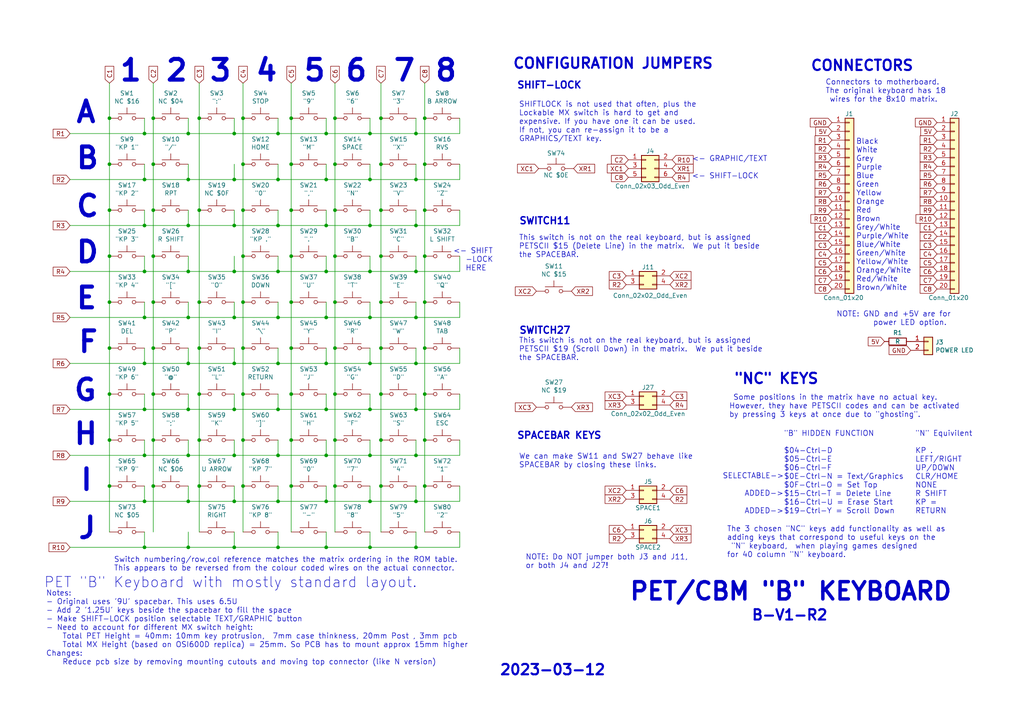
<source format=kicad_sch>
(kicad_sch (version 20230121) (generator eeschema)
  (paper "A4")
  (title_block (title "PET/CBM \"B\" Keyboard using MX switches") (date "2023-03-12") (rev "V1, R1") (company "Steve J. Gray"))
  (junction (at 84.455 140.97))
  (junction (at 67.945 132.08))
  (junction (at 44.45 127.635))
  (junction (at 41.91 52.07))
  (junction (at 41.91 92.075))
  (junction (at 107.315 78.74))
  (junction (at 123.19 100.965))
  (junction (at 84.455 127.635))
  (junction (at 70.485 140.97))
  (junction (at 123.19 60.96))
  (junction (at 110.49 127.635))
  (junction (at 31.75 100.965))
  (junction (at 107.315 158.75))
  (junction (at 123.19 74.295))
  (junction (at 120.65 118.745))
  (junction (at 107.315 65.405))
  (junction (at 57.785 140.97))
  (junction (at 120.65 38.735))
  (junction (at 67.945 38.735))
  (junction (at 107.315 118.745))
  (junction (at 80.645 118.745))
  (junction (at 41.91 118.745))
  (junction (at 70.485 47.625))
  (junction (at 31.75 114.3))
  (junction (at 44.45 74.295))
  (junction (at 97.155 47.625))
  (junction (at 84.455 47.625))
  (junction (at 57.785 60.96))
  (junction (at 54.61 65.405))
  (junction (at 97.155 114.3))
  (junction (at 41.91 105.41))
  (junction (at 70.485 100.965))
  (junction (at 41.91 145.415))
  (junction (at 97.155 74.295))
  (junction (at 120.65 78.74))
  (junction (at 54.61 78.74))
  (junction (at 84.455 114.3))
  (junction (at 70.485 34.29))
  (junction (at 80.645 92.075))
  (junction (at 84.455 74.295))
  (junction (at 67.945 92.075))
  (junction (at 107.315 145.415))
  (junction (at 41.91 78.74))
  (junction (at 44.45 34.29))
  (junction (at 110.49 74.295))
  (junction (at 54.61 105.41))
  (junction (at 70.485 74.295))
  (junction (at 31.75 60.96))
  (junction (at 97.155 87.63))
  (junction (at 97.155 140.97))
  (junction (at 97.155 127.635))
  (junction (at 84.455 100.965))
  (junction (at 123.19 127.635))
  (junction (at 94.615 38.735))
  (junction (at 44.45 100.965))
  (junction (at 44.45 60.96))
  (junction (at 110.49 140.97))
  (junction (at 97.155 34.29))
  (junction (at 80.645 65.405))
  (junction (at 107.315 38.735))
  (junction (at 94.615 65.405))
  (junction (at 44.45 114.3))
  (junction (at 110.49 60.96))
  (junction (at 67.945 52.07))
  (junction (at 57.785 100.965))
  (junction (at 44.45 140.97))
  (junction (at 70.485 87.63))
  (junction (at 110.49 87.63))
  (junction (at 84.455 60.96))
  (junction (at 123.19 47.625))
  (junction (at 84.455 34.29))
  (junction (at 94.615 145.415))
  (junction (at 120.65 105.41))
  (junction (at 57.785 114.3))
  (junction (at 84.455 87.63))
  (junction (at 120.65 92.075))
  (junction (at 94.615 92.075))
  (junction (at 31.75 127.635))
  (junction (at 80.645 145.415))
  (junction (at 31.75 34.29))
  (junction (at 31.75 140.97))
  (junction (at 70.485 114.3))
  (junction (at 110.49 34.29))
  (junction (at 41.91 38.735))
  (junction (at 80.645 78.74))
  (junction (at 67.945 118.745))
  (junction (at 31.75 87.63))
  (junction (at 54.61 145.415))
  (junction (at 110.49 47.625))
  (junction (at 67.945 78.74))
  (junction (at 123.19 34.29))
  (junction (at 80.645 105.41))
  (junction (at 94.615 105.41))
  (junction (at 120.65 65.405))
  (junction (at 54.61 132.08))
  (junction (at 107.315 105.41))
  (junction (at 107.315 132.08))
  (junction (at 80.645 132.08))
  (junction (at 57.785 127.635))
  (junction (at 123.19 114.3))
  (junction (at 80.645 38.735))
  (junction (at 80.645 158.75))
  (junction (at 54.61 118.745))
  (junction (at 57.785 87.63))
  (junction (at 54.61 92.075))
  (junction (at 54.61 158.75))
  (junction (at 120.65 145.415))
  (junction (at 67.945 145.415))
  (junction (at 94.615 132.08))
  (junction (at 107.315 92.075))
  (junction (at 67.945 158.75))
  (junction (at 94.615 52.07))
  (junction (at 31.75 47.625))
  (junction (at 54.61 38.735))
  (junction (at 57.785 34.29))
  (junction (at 120.65 52.07))
  (junction (at 94.615 78.74))
  (junction (at 44.45 87.63))
  (junction (at 120.65 158.75))
  (junction (at 70.485 127.635))
  (junction (at 110.49 100.965))
  (junction (at 31.75 74.295))
  (junction (at 123.19 140.97))
  (junction (at 41.91 132.08))
  (junction (at 70.485 60.96))
  (junction (at 54.61 52.07))
  (junction (at 94.615 118.745))
  (junction (at 97.155 100.965))
  (junction (at 41.91 65.405))
  (junction (at 120.65 132.08))
  (junction (at 67.945 105.41))
  (junction (at 44.45 47.625))
  (junction (at 123.19 87.63))
  (junction (at 80.645 52.07))
  (junction (at 97.155 60.96))
  (junction (at 110.49 114.3))
  (junction (at 107.315 52.07))
  (junction (at 41.91 158.75))
  (junction (at 67.945 65.405))
  (junction (at 94.615 158.75))
  (wire (pts (xy 67.945 52.07) (xy 54.61 52.07)))
  (wire (pts (xy 67.945 145.415) (xy 54.61 145.415)))
  (wire (pts (xy 57.785 127.635) (xy 57.785 140.97)))
  (wire (pts (xy 120.65 92.075) (xy 107.315 92.075)))
  (wire (pts (xy 80.645 145.415) (xy 67.945 145.415)))
  (wire (pts (xy 120.65 78.74) (xy 107.315 78.74)))
  (wire (pts (xy 133.35 140.97) (xy 133.35 145.415)))
  (wire (pts (xy 123.19 87.63) (xy 123.19 100.965)))
  (wire (pts (xy 70.485 140.97) (xy 70.485 154.305)))
  (wire (pts (xy 70.485 100.965) (xy 70.485 114.3)))
  (wire (pts (xy 107.315 118.745) (xy 94.615 118.745)))
  (wire (pts (xy 107.315 105.41) (xy 94.615 105.41)))
  (wire (pts (xy 97.155 60.96) (xy 97.155 74.295)))
  (wire (pts (xy 120.65 38.735) (xy 133.35 38.735)))
  (wire (pts (xy 41.91 52.07) (xy 20.32 52.07)))
  (wire (pts (xy 120.65 100.965) (xy 120.65 105.41)))
  (wire (pts (xy 67.945 114.3) (xy 67.945 118.745)))
  (wire (pts (xy 41.91 38.735) (xy 54.61 38.735)))
  (wire (pts (xy 123.19 47.625) (xy 123.19 60.96)))
  (wire (pts (xy 107.315 100.965) (xy 107.315 105.41)))
  (wire (pts (xy 41.91 105.41) (xy 20.32 105.41)))
  (wire (pts (xy 54.61 52.07) (xy 41.91 52.07)))
  (wire (pts (xy 84.455 114.3) (xy 84.455 127.635)))
  (wire (pts (xy 94.615 78.74) (xy 80.645 78.74)))
  (wire (pts (xy 80.645 87.63) (xy 80.645 92.075)))
  (wire (pts (xy 123.19 100.965) (xy 123.19 114.3)))
  (wire (pts (xy 94.615 105.41) (xy 80.645 105.41)))
  (wire (pts (xy 80.645 118.745) (xy 67.945 118.745)))
  (wire (pts (xy 97.155 47.625) (xy 97.155 60.96)))
  (wire (pts (xy 44.45 74.295) (xy 44.45 87.63)))
  (wire (pts (xy 70.485 34.29) (xy 70.485 47.625)))
  (wire (pts (xy 44.45 60.96) (xy 44.45 74.295)))
  (wire (pts (xy 70.485 74.295) (xy 70.485 87.63)))
  (wire (pts (xy 54.61 78.74) (xy 41.91 78.74)))
  (wire (pts (xy 80.645 47.625) (xy 80.645 52.07)))
  (wire (pts (xy 70.485 127.635) (xy 70.485 140.97)))
  (wire (pts (xy 70.485 87.63) (xy 70.485 100.965)))
  (wire (pts (xy 94.615 158.75) (xy 80.645 158.75)))
  (wire (pts (xy 31.75 127.635) (xy 31.75 140.97)))
  (wire (pts (xy 31.75 34.29) (xy 31.75 47.625)))
  (wire (pts (xy 31.75 140.97) (xy 31.75 154.305)))
  (wire (pts (xy 133.35 92.075) (xy 120.65 92.075)))
  (wire (pts (xy 120.65 158.75) (xy 107.315 158.75)))
  (wire (pts (xy 107.315 145.415) (xy 94.615 145.415)))
  (wire (pts (xy 84.455 127.635) (xy 84.455 140.97)))
  (wire (pts (xy 41.91 74.295) (xy 41.91 78.74)))
  (wire (pts (xy 44.45 140.97) (xy 44.45 154.305)))
  (wire (pts (xy 120.65 65.405) (xy 107.315 65.405)))
  (wire (pts (xy 84.455 87.63) (xy 84.455 100.965)))
  (wire (pts (xy 20.32 38.735) (xy 41.91 38.735)))
  (wire (pts (xy 107.315 38.735) (xy 120.65 38.735)))
  (wire (pts (xy 84.455 34.29) (xy 84.455 47.625)))
  (wire (pts (xy 84.455 24.13) (xy 84.455 34.29)))
  (wire (pts (xy 120.65 60.96) (xy 120.65 65.405)))
  (wire (pts (xy 54.61 114.3) (xy 54.61 118.745)))
  (wire (pts (xy 41.91 140.97) (xy 41.91 145.415)))
  (wire (pts (xy 67.945 47.625) (xy 67.945 52.07)))
  (wire (pts (xy 67.945 118.745) (xy 54.61 118.745)))
  (wire (pts (xy 54.61 132.08) (xy 41.91 132.08)))
  (wire (pts (xy 84.455 47.625) (xy 84.455 60.96)))
  (wire (pts (xy 41.91 154.305) (xy 41.91 158.75)))
  (wire (pts (xy 80.645 127.635) (xy 80.645 132.08)))
  (wire (pts (xy 41.91 100.965) (xy 41.91 105.41)))
  (wire (pts (xy 67.945 92.075) (xy 54.61 92.075)))
  (wire (pts (xy 44.45 127.635) (xy 44.45 140.97)))
  (wire (pts (xy 107.315 154.305) (xy 107.315 158.75)))
  (wire (pts (xy 133.35 100.965) (xy 133.35 105.41)))
  (wire (pts (xy 70.485 24.13) (xy 70.485 34.29)))
  (wire (pts (xy 57.785 60.96) (xy 57.785 87.63)))
  (wire (pts (xy 41.91 87.63) (xy 41.91 92.075)))
  (wire (pts (xy 107.315 65.405) (xy 94.615 65.405)))
  (wire (pts (xy 107.315 78.74) (xy 94.615 78.74)))
  (wire (pts (xy 84.455 60.96) (xy 84.455 74.295)))
  (wire (pts (xy 120.65 105.41) (xy 107.315 105.41)))
  (wire (pts (xy 94.615 87.63) (xy 94.615 92.075)))
  (wire (pts (xy 41.91 158.75) (xy 20.32 158.75)))
  (wire (pts (xy 97.155 34.29) (xy 97.155 47.625)))
  (wire (pts (xy 84.455 100.965) (xy 84.455 114.3)))
  (wire (pts (xy 94.615 114.3) (xy 94.615 118.745)))
  (wire (pts (xy 110.49 87.63) (xy 110.49 100.965)))
  (wire (pts (xy 67.945 127.635) (xy 67.945 132.08)))
  (wire (pts (xy 80.645 74.295) (xy 80.645 78.74)))
  (wire (pts (xy 57.785 114.3) (xy 57.785 127.635)))
  (wire (pts (xy 133.35 74.295) (xy 133.35 78.74)))
  (wire (pts (xy 94.615 100.965) (xy 94.615 105.41)))
  (wire (pts (xy 133.35 52.07) (xy 120.65 52.07)))
  (wire (pts (xy 41.91 114.3) (xy 41.91 118.745)))
  (wire (pts (xy 44.45 114.3) (xy 44.45 127.635)))
  (wire (pts (xy 110.49 127.635) (xy 110.49 140.97)))
  (wire (pts (xy 54.61 127.635) (xy 54.61 132.08)))
  (wire (pts (xy 41.91 60.96) (xy 41.91 65.405)))
  (wire (pts (xy 54.61 47.625) (xy 54.61 52.07)))
  (wire (pts (xy 80.645 78.74) (xy 67.945 78.74)))
  (wire (pts (xy 110.49 47.625) (xy 110.49 60.96)))
  (wire (pts (xy 123.19 74.295) (xy 123.19 87.63)))
  (wire (pts (xy 54.61 145.415) (xy 41.91 145.415)))
  (wire (pts (xy 94.615 34.29) (xy 94.615 38.735)))
  (wire (pts (xy 44.45 100.965) (xy 44.45 114.3)))
  (wire (pts (xy 120.65 74.295) (xy 120.65 78.74)))
  (wire (pts (xy 133.35 105.41) (xy 120.65 105.41)))
  (wire (pts (xy 57.785 34.29) (xy 57.785 60.96)))
  (wire (pts (xy 97.155 24.13) (xy 97.155 34.29)))
  (wire (pts (xy 54.61 158.75) (xy 41.91 158.75)))
  (wire (pts (xy 54.61 154.305) (xy 54.61 158.75)))
  (wire (pts (xy 133.35 34.29) (xy 133.35 38.735)))
  (wire (pts (xy 133.35 65.405) (xy 120.65 65.405)))
  (wire (pts (xy 107.315 87.63) (xy 107.315 92.075)))
  (wire (pts (xy 80.645 34.29) (xy 80.645 38.735)))
  (wire (pts (xy 31.75 100.965) (xy 31.75 114.3)))
  (wire (pts (xy 110.49 140.97) (xy 110.49 154.305)))
  (wire (pts (xy 67.945 158.75) (xy 54.61 158.75)))
  (wire (pts (xy 94.615 118.745) (xy 80.645 118.745)))
  (wire (pts (xy 94.615 60.96) (xy 94.615 65.405)))
  (wire (pts (xy 123.19 34.29) (xy 123.19 47.625)))
  (wire (pts (xy 80.645 140.97) (xy 80.645 145.415)))
  (wire (pts (xy 31.75 24.13) (xy 31.75 34.29)))
  (wire (pts (xy 31.75 87.63) (xy 31.75 100.965)))
  (wire (pts (xy 54.61 38.735) (xy 67.945 38.735)))
  (wire (pts (xy 57.785 100.965) (xy 57.785 114.3)))
  (wire (pts (xy 133.35 60.96) (xy 133.35 65.405)))
  (wire (pts (xy 54.61 140.97) (xy 54.61 145.415)))
  (wire (pts (xy 94.615 140.97) (xy 94.615 145.415)))
  (wire (pts (xy 107.315 158.75) (xy 94.615 158.75)))
  (wire (pts (xy 94.615 145.415) (xy 80.645 145.415)))
  (wire (pts (xy 123.19 24.13) (xy 123.19 34.29)))
  (wire (pts (xy 84.455 74.295) (xy 84.455 87.63)))
  (wire (pts (xy 80.645 60.96) (xy 80.645 65.405)))
  (wire (pts (xy 94.615 47.625) (xy 94.615 52.07)))
  (wire (pts (xy 54.61 74.295) (xy 54.61 78.74)))
  (wire (pts (xy 67.945 132.08) (xy 54.61 132.08)))
  (wire (pts (xy 133.35 127.635) (xy 133.35 132.08)))
  (wire (pts (xy 67.945 74.295) (xy 67.945 78.74)))
  (wire (pts (xy 97.155 114.3) (xy 97.155 127.635)))
  (wire (pts (xy 110.49 114.3) (xy 110.49 127.635)))
  (wire (pts (xy 97.155 100.965) (xy 97.155 114.3)))
  (wire (pts (xy 123.19 140.97) (xy 123.19 154.305)))
  (wire (pts (xy 107.315 132.08) (xy 94.615 132.08)))
  (wire (pts (xy 107.315 52.07) (xy 94.615 52.07)))
  (wire (pts (xy 94.615 74.295) (xy 94.615 78.74)))
  (wire (pts (xy 107.315 60.96) (xy 107.315 65.405)))
  (wire (pts (xy 110.49 74.295) (xy 110.49 87.63)))
  (wire (pts (xy 41.91 145.415) (xy 20.32 145.415)))
  (wire (pts (xy 107.315 47.625) (xy 107.315 52.07)))
  (wire (pts (xy 133.35 87.63) (xy 133.35 92.075)))
  (wire (pts (xy 31.75 74.295) (xy 31.75 87.63)))
  (wire (pts (xy 70.485 114.3) (xy 70.485 127.635)))
  (wire (pts (xy 41.91 118.745) (xy 20.32 118.745)))
  (wire (pts (xy 133.35 132.08) (xy 120.65 132.08)))
  (wire (pts (xy 80.645 52.07) (xy 67.945 52.07)))
  (wire (pts (xy 67.945 60.96) (xy 67.945 65.405)))
  (wire (pts (xy 94.615 92.075) (xy 80.645 92.075)))
  (wire (pts (xy 54.61 118.745) (xy 41.91 118.745)))
  (wire (pts (xy 123.19 127.635) (xy 123.19 140.97)))
  (wire (pts (xy 97.155 140.97) (xy 97.155 154.305)))
  (wire (pts (xy 67.945 34.29) (xy 67.945 38.735)))
  (wire (pts (xy 94.615 132.08) (xy 80.645 132.08)))
  (wire (pts (xy 57.785 24.13) (xy 57.785 34.29)))
  (wire (pts (xy 41.91 92.075) (xy 20.32 92.075)))
  (wire (pts (xy 123.19 60.96) (xy 123.19 74.295)))
  (wire (pts (xy 120.65 127.635) (xy 120.65 132.08)))
  (wire (pts (xy 110.49 100.965) (xy 110.49 114.3)))
  (wire (pts (xy 94.615 52.07) (xy 80.645 52.07)))
  (wire (pts (xy 80.645 38.735) (xy 94.615 38.735)))
  (wire (pts (xy 80.645 100.965) (xy 80.645 105.41)))
  (wire (pts (xy 120.65 87.63) (xy 120.65 92.075)))
  (wire (pts (xy 80.645 105.41) (xy 67.945 105.41)))
  (wire (pts (xy 84.455 140.97) (xy 84.455 154.305)))
  (wire (pts (xy 133.35 78.74) (xy 120.65 78.74)))
  (wire (pts (xy 120.65 118.745) (xy 107.315 118.745)))
  (wire (pts (xy 94.615 154.305) (xy 94.615 158.75)))
  (wire (pts (xy 80.645 132.08) (xy 67.945 132.08)))
  (wire (pts (xy 94.615 65.405) (xy 80.645 65.405)))
  (wire (pts (xy 133.35 118.745) (xy 120.65 118.745)))
  (wire (pts (xy 67.945 65.405) (xy 54.61 65.405)))
  (wire (pts (xy 70.485 60.96) (xy 70.485 74.295)))
  (wire (pts (xy 120.65 140.97) (xy 120.65 145.415)))
  (wire (pts (xy 107.315 74.295) (xy 107.315 78.74)))
  (wire (pts (xy 80.645 114.3) (xy 80.645 118.745)))
  (wire (pts (xy 54.61 60.96) (xy 54.61 65.405)))
  (wire (pts (xy 120.65 47.625) (xy 120.65 52.07)))
  (wire (pts (xy 54.61 92.075) (xy 41.91 92.075)))
  (wire (pts (xy 41.91 65.405) (xy 20.32 65.405)))
  (wire (pts (xy 120.65 52.07) (xy 107.315 52.07)))
  (wire (pts (xy 123.19 114.3) (xy 123.19 127.635)))
  (wire (pts (xy 31.75 60.96) (xy 31.75 74.295)))
  (wire (pts (xy 31.75 47.625) (xy 31.75 60.96)))
  (wire (pts (xy 94.615 127.635) (xy 94.615 132.08)))
  (wire (pts (xy 110.49 24.13) (xy 110.49 34.29)))
  (wire (pts (xy 44.45 24.13) (xy 44.45 34.29)))
  (wire (pts (xy 70.485 47.625) (xy 70.485 60.96)))
  (wire (pts (xy 107.315 34.29) (xy 107.315 38.735)))
  (wire (pts (xy 133.35 47.625) (xy 133.35 52.07)))
  (wire (pts (xy 57.785 140.97) (xy 57.785 154.305)))
  (wire (pts (xy 120.65 114.3) (xy 120.65 118.745)))
  (wire (pts (xy 80.645 158.75) (xy 67.945 158.75)))
  (wire (pts (xy 107.315 92.075) (xy 94.615 92.075)))
  (wire (pts (xy 41.91 34.29) (xy 41.91 38.735)))
  (wire (pts (xy 54.61 65.405) (xy 41.91 65.405)))
  (wire (pts (xy 54.61 87.63) (xy 54.61 92.075)))
  (wire (pts (xy 107.315 114.3) (xy 107.315 118.745)))
  (wire (pts (xy 67.945 38.735) (xy 80.645 38.735)))
  (wire (pts (xy 97.155 127.635) (xy 97.155 140.97)))
  (wire (pts (xy 41.91 78.74) (xy 20.32 78.74)))
  (wire (pts (xy 120.65 145.415) (xy 107.315 145.415)))
  (wire (pts (xy 94.615 38.735) (xy 107.315 38.735)))
  (wire (pts (xy 67.945 78.74) (xy 54.61 78.74)))
  (wire (pts (xy 54.61 34.29) (xy 54.61 38.735)))
  (wire (pts (xy 44.45 34.29) (xy 44.45 47.625)))
  (wire (pts (xy 133.35 158.75) (xy 120.65 158.75)))
  (wire (pts (xy 67.945 154.305) (xy 67.945 158.75)))
  (wire (pts (xy 133.35 145.415) (xy 120.65 145.415)))
  (wire (pts (xy 41.91 47.625) (xy 41.91 52.07)))
  (wire (pts (xy 67.945 140.97) (xy 67.945 145.415)))
  (wire (pts (xy 110.49 60.96) (xy 110.49 74.295)))
  (wire (pts (xy 67.945 100.965) (xy 67.945 105.41)))
  (wire (pts (xy 120.65 34.29) (xy 120.65 38.735)))
  (wire (pts (xy 80.645 92.075) (xy 67.945 92.075)))
  (wire (pts (xy 54.61 105.41) (xy 41.91 105.41)))
  (wire (pts (xy 133.35 154.305) (xy 133.35 158.75)))
  (wire (pts (xy 54.61 100.965) (xy 54.61 105.41)))
  (wire (pts (xy 110.49 34.29) (xy 110.49 47.625)))
  (wire (pts (xy 41.91 127.635) (xy 41.91 132.08)))
  (wire (pts (xy 41.91 132.08) (xy 20.32 132.08)))
  (wire (pts (xy 57.785 87.63) (xy 57.785 100.965)))
  (wire (pts (xy 67.945 105.41) (xy 54.61 105.41)))
  (wire (pts (xy 133.35 114.3) (xy 133.35 118.745)))
  (wire (pts (xy 97.155 87.63) (xy 97.155 100.965)))
  (wire (pts (xy 80.645 154.305) (xy 80.645 158.75)))
  (wire (pts (xy 44.45 87.63) (xy 44.45 100.965)))
  (wire (pts (xy 120.65 132.08) (xy 107.315 132.08)))
  (wire (pts (xy 107.315 140.97) (xy 107.315 145.415)))
  (wire (pts (xy 107.315 127.635) (xy 107.315 132.08)))
  (wire (pts (xy 67.945 87.63) (xy 67.945 92.075)))
  (wire (pts (xy 120.65 154.305) (xy 120.65 158.75)))
  (wire (pts (xy 80.645 65.405) (xy 67.945 65.405)))
  (wire (pts (xy 97.155 74.295) (xy 97.155 87.63)))
  (wire (pts (xy 44.45 47.625) (xy 44.45 60.96)))
  (wire (pts (xy 31.75 114.3) (xy 31.75 127.635)))
  (text "2" (at 47.625 24.13 0) (effects (font (size 5.9944 5.9944) (thickness 1.1989) bold) (justify left bottom)))
  (text "D" (at 21.59 76.835 0) (effects (font (size 5.9944 5.9944) (thickness 1.1989) bold) (justify left bottom)))
  (text "C" (at 21.59 63.5 0) (effects (font (size 5.9944 5.9944) (thickness 1.1989) bold) (justify left bottom)))
  (text "5" (at 87.63 24.13 0) (effects (font (size 5.9944 5.9944) (thickness 1.1989) bold) (justify left bottom)))
  (text "7" (at 113.665 24.13 0) (effects (font (size 5.9944 5.9944) (thickness 1.1989) bold) (justify left bottom)))
  (text "B-V1-R2" (at 217.805 180.34 0) (effects (font (size 2.9972 2.9972) (thickness 0.5994) bold) (justify left bottom)))
  (text "I" (at 22.86 142.875 0) (effects (font (size 5.9944 5.9944) (thickness 1.1989) bold) (justify left bottom)))
  (text "3" (at 60.325 24.13 0) (effects (font (size 5.9944 5.9944) (thickness 1.1989) bold) (justify left bottom)))
  (text "PET \"B\" Keyboard with mostly standard layout.\n" (at 12.7 170.815 0) (effects (font (size 2.9972 2.9972)) (justify left bottom)))
  (text "Notes:   \n- Original uses '9U' spacebar. This uses 6.5U\n- Add 2 '1.25U' keys beside the spacebar to fill the space\n- Make SHIFT-LOCK position selectable TEXT/GRAPHIC button\n- Need to account for different MX switch height:\n    Total PET Height = 40mm: 10mm key protrusion,  7mm case thinkness, 20mm Post , 3mm pcb\n    Total MX Height (based on OSI600D replica) = 25mm. So PCB has to mount approx 15mm higher\nChanges:\n    Reduce pcb size by removing mounting cutouts and moving top connector (like N version)\n" (at 13.335 193.04 0) (effects (font (size 1.5494 1.5494)) (justify left bottom)))
  (text "\"N\" Equivilent\n\nKP .\nLEFT/RIGHT\nUP/DOWN\nCLR/HOME\nNONE\nR SHIFT\nKP =\nRETURN" (at 265.43 149.225 0) (effects (font (size 1.5494 1.5494)) (justify left bottom)))
  (text "A" (at 21.59 36.195 0) (effects (font (size 5.9944 5.9944) (thickness 1.1989) bold) (justify left bottom)))
  (text "CONFIGURATION JUMPERS" (at 148.59 20.32 0) (effects (font (size 2.9972 2.9972) (thickness 0.5994) bold) (justify left bottom)))
  (text "NOTE: GND and +5V are for\n         power LED option." (at 242.57 94.615 0) (effects (font (size 1.5494 1.5494)) (justify left bottom)))
  (text "CONNECTORS" (at 234.95 20.955 0) (effects (font (size 2.9972 2.9972) (thickness 0.5994) bold) (justify left bottom)))
  (text "F" (at 22.225 102.87 0) (effects (font (size 5.9944 5.9944) (thickness 1.1989) bold) (justify left bottom)))
  (text "Connectors to motherboard. \nThe original keyboard has 18\n wires for the 8x10 matrix." (at 239.395 29.845 0) (effects (font (size 1.5494 1.5494)) (justify left bottom)))
  (text "This switch is not on the real keyboard, but is assigned\nPETSCII $19 (Scroll Down) in the matrix.  We put it beside\nthe SPACEBAR." (at 150.495 104.775 0) (effects (font (size 1.5494 1.5494)) (justify left bottom)))
  (text "NOTE: Do NOT jumper both J3 and J11,\nor both J4 and J27!" (at 152.4 165.1 0) (effects (font (size 1.5494 1.5494)) (justify left bottom)))
  (text "SWITCH11" (at 150.495 65.405 0) (effects (font (size 2.0066 2.0066) (thickness 0.4013) bold) (justify left bottom)))
  (text "8" (at 125.73 24.13 0) (effects (font (size 5.9944 5.9944) (thickness 1.1989) bold) (justify left bottom)))
  (text "SELECTABLE->" (at 209.55 139.065 0) (effects (font (size 1.5494 1.5494)) (justify left bottom)))
  (text "\"B\" HIDDEN FUNCTION\n\n$04-Ctrl-D\n$05-Ctrl-E\n$06-Ctrl-F\n$0E-Ctrl-N = Text/Graphics\n$0F-Ctrl-O = Set Top\n$15-Ctrl-T = Delete Line\n$16-Ctrl-U = Erase Start\n$19-Ctrl-Y = Scroll Down" (at 227.33 149.225 0) (effects (font (size 1.5494 1.5494)) (justify left bottom)))
  (text "This switch is not on the real keyboard, but is assigned\nPETSCII $15 (Delete Line) in the matrix.  We put it beside\nthe SPACEBAR." (at 150.495 74.93 0) (effects (font (size 1.5494 1.5494)) (justify left bottom)))
  (text "E" (at 21.59 90.17 0) (effects (font (size 5.9944 5.9944) (thickness 1.1989) bold) (justify left bottom)))
  (text "<- SHIFT\n   -LOCK\n   HERE\n\n" (at 131.445 81.28 0) (effects (font (size 1.5494 1.5494)) (justify left bottom)))
  (text "The 3 chosen \"NC\" keys add functionality as well as\nadding keys that correspond to useful keys on the\n \"N\" keyboard,  when playing games designed\nfor 40 column \"N\" keyboard." (at 210.82 161.925 0) (effects (font (size 1.5494 1.5494)) (justify left bottom)))
  (text "ADDED->" (at 215.9 144.145 0) (effects (font (size 1.5494 1.5494)) (justify left bottom)))
  (text "PET/CBM \"B\" KEYBOARD" (at 182.245 174.625 0) (effects (font (size 5.0038 5.0038) (thickness 1.0008) bold) (justify left bottom)))
  (text "2023-03-12" (at 144.78 196.215 0) (effects (font (size 2.9972 2.9972) (thickness 0.5994) bold) (justify left bottom)))
  (text "1" (at 34.29 24.13 0) (effects (font (size 5.9944 5.9944) (thickness 1.1989) bold) (justify left bottom)))
  (text "We can make SW11 and SW27 behave like\nSPACEBAR by closing these links." (at 150.495 135.89 0) (effects (font (size 1.5494 1.5494)) (justify left bottom)))
  (text "SWITCH27" (at 150.495 97.155 0) (effects (font (size 2.0066 2.0066) (thickness 0.4013) bold) (justify left bottom)))
  (text "\"NC\" KEYS" (at 212.725 111.76 0) (effects (font (size 2.9972 2.9972) (thickness 0.5994) bold) (justify left bottom)))
  (text "SHIFTLOCK is not used that often, plus the\nLockable MX switch is hard to get and\nexpensive. If you have one it can be used.\nIf not, you can re-assign it to be a\nGRAPHICS/TEXT key." (at 150.495 41.275 0) (effects (font (size 1.5494 1.5494)) (justify left bottom)))
  (text "B" (at 21.59 49.53 0) (effects (font (size 5.9944 5.9944) (thickness 1.1989) bold) (justify left bottom)))
  (text "J" (at 22.225 156.845 0) (effects (font (size 5.9944 5.9944) (thickness 1.1989) bold) (justify left bottom)))
  (text "4" (at 73.66 24.13 0) (effects (font (size 5.9944 5.9944) (thickness 1.1989) bold) (justify left bottom)))
  (text "G" (at 20.955 116.84 0) (effects (font (size 5.9944 5.9944) (thickness 1.1989) bold) (justify left bottom)))
  (text "<- GRAPHIC/TEXT\n\n<- SHIFT-LOCK" (at 200.66 52.07 0) (effects (font (size 1.5494 1.5494)) (justify left bottom)))
  (text "Switch numbering/row,col reference matches the matrix ordering in the ROM table. \nThis appears to be reversed from the colour coded wires on the actual connector.\n\n\n" (at 33.02 170.815 0) (effects (font (size 1.5494 1.5494)) (justify left bottom)))
  (text "SHIFT-LOCK" (at 149.86 26.035 0) (effects (font (size 2.0066 2.0066) (thickness 0.4013) bold) (justify left bottom)))
  (text "Black\nWhite\nGrey\nPurple\nBlue\nGreen\nYellow\nOrange\nRed\nBrown\nGrey/White\nPurple/White\nBlue/White\nGreen/White\nYellow/White\nOrange/White\nRed/White\nBrown/White\n" (at 248.285 84.455 0) (effects (font (size 1.5494 1.5494)) (justify left bottom)))
  (text "ADDED->" (at 215.9 149.225 0) (effects (font (size 1.5494 1.5494)) (justify left bottom)))
  (text " Some positions in the matrix have no actual key.\nHowever, they have PETSCII codes and can be activated\nby pressing 3 keys at once due to \"ghosting\". " (at 211.455 121.285 0) (effects (font (size 1.5494 1.5494)) (justify left bottom)))
  (text "SPACEBAR KEYS" (at 149.86 127.635 0) (effects (font (size 2.0066 2.0066) (thickness 0.4013) bold) (justify left bottom)))
  (text "H" (at 20.955 129.54 0) (effects (font (size 5.9944 5.9944) (thickness 1.1989) bold) (justify left bottom)))
  (text "6" (at 99.695 24.13 0) (effects (font (size 5.9944 5.9944) (thickness 1.1989) bold) (justify left bottom)))
  (global_label "R8" (shape input) (at 241.3 58.42 180) (property "Intersheetrefs" "${INTERSHEET_REFS}" (effects hide)))
  (global_label "C2" (shape input) (at 241.3 68.58 180) (property "Intersheetrefs" "${INTERSHEET_REFS}" (effects hide)))
  (global_label "R7" (shape input) (at 20.32 118.745 180) (property "Intersheetrefs" "${INTERSHEET_REFS}" (effects hide)))
  (global_label "R7" (shape input) (at 241.3 55.88 180) (property "Intersheetrefs" "${INTERSHEET_REFS}" (effects hide)))
  (global_label "XR2" (shape input) (at 194.31 82.55 0) (property "Intersheetrefs" "${INTERSHEET_REFS}" (effects hide)))
  (global_label "R1" (shape input) (at 241.3 40.64 180) (property "Intersheetrefs" "${INTERSHEET_REFS}" (effects hide)))
  (global_label "R9" (shape input) (at 20.32 145.415 180) (property "Intersheetrefs" "${INTERSHEET_REFS}" (effects hide)))
  (global_label "R10" (shape input) (at 241.3 63.5 180) (property "Intersheetrefs" "${INTERSHEET_REFS}" (effects hide)))
  (global_label "GND" (shape input) (at 264.16 101.6 180) (property "Intersheetrefs" "${INTERSHEET_REFS}" (effects hide)))
  (global_label "C3" (shape input) (at 181.61 80.01 180) (property "Intersheetrefs" "${INTERSHEET_REFS}" (effects hide)))
  (global_label "5V" (shape input) (at 256.54 99.06 180) (property "Intersheetrefs" "${INTERSHEET_REFS}" (effects hide)))
  (global_label "XC2" (shape input) (at 155.575 84.455 180) (property "Intersheetrefs" "${INTERSHEET_REFS}" (effects hide)))
  (global_label "R9" (shape input) (at 241.3 60.96 180) (property "Intersheetrefs" "${INTERSHEET_REFS}" (effects hide)))
  (global_label "C1" (shape input) (at 241.3 66.04 180) (property "Intersheetrefs" "${INTERSHEET_REFS}" (effects hide)))
  (global_label "C1" (shape input) (at 31.75 24.13 90) (property "Intersheetrefs" "${INTERSHEET_REFS}" (effects hide)))
  (global_label "R9" (shape input) (at 271.78 60.96 180) (property "Intersheetrefs" "${INTERSHEET_REFS}" (effects hide)))
  (global_label "XC2" (shape input) (at 181.61 142.24 180) (property "Intersheetrefs" "${INTERSHEET_REFS}" (effects hide)))
  (global_label "XR3" (shape input) (at 165.735 118.11 0) (property "Intersheetrefs" "${INTERSHEET_REFS}" (effects hide)))
  (global_label "C7" (shape input) (at 110.49 24.13 90) (property "Intersheetrefs" "${INTERSHEET_REFS}" (effects hide)))
  (global_label "XC1" (shape input) (at 182.245 48.895 180) (property "Intersheetrefs" "${INTERSHEET_REFS}" (effects hide)))
  (global_label "C3" (shape input) (at 194.31 114.935 0) (property "Intersheetrefs" "${INTERSHEET_REFS}" (effects hide)))
  (global_label "R4" (shape input) (at 241.3 48.26 180) (property "Intersheetrefs" "${INTERSHEET_REFS}" (effects hide)))
  (global_label "C2" (shape input) (at 271.78 68.58 180) (property "Intersheetrefs" "${INTERSHEET_REFS}" (effects hide)))
  (global_label "R7" (shape input) (at 271.78 55.88 180) (property "Intersheetrefs" "${INTERSHEET_REFS}" (effects hide)))
  (global_label "C6" (shape input) (at 271.78 78.74 180) (property "Intersheetrefs" "${INTERSHEET_REFS}" (effects hide)))
  (global_label "R5" (shape input) (at 20.32 92.075 180) (property "Intersheetrefs" "${INTERSHEET_REFS}" (effects hide)))
  (global_label "R2" (shape input) (at 20.32 52.07 180) (property "Intersheetrefs" "${INTERSHEET_REFS}" (effects hide)))
  (global_label "C8" (shape input) (at 123.19 24.13 90) (property "Intersheetrefs" "${INTERSHEET_REFS}" (effects hide)))
  (global_label "R3" (shape input) (at 271.78 45.72 180) (property "Intersheetrefs" "${INTERSHEET_REFS}" (effects hide)))
  (global_label "C5" (shape input) (at 241.3 76.2 180) (property "Intersheetrefs" "${INTERSHEET_REFS}" (effects hide)))
  (global_label "R6" (shape input) (at 271.78 53.34 180) (property "Intersheetrefs" "${INTERSHEET_REFS}" (effects hide)))
  (global_label "XR1" (shape input) (at 194.945 48.895 0) (property "Intersheetrefs" "${INTERSHEET_REFS}" (effects hide)))
  (global_label "R10" (shape input) (at 20.32 158.75 180) (property "Intersheetrefs" "${INTERSHEET_REFS}" (effects hide)))
  (global_label "C2" (shape input) (at 44.45 24.13 90) (property "Intersheetrefs" "${INTERSHEET_REFS}" (effects hide)))
  (global_label "C4" (shape input) (at 271.78 73.66 180) (property "Intersheetrefs" "${INTERSHEET_REFS}" (effects hide)))
  (global_label "R10" (shape input) (at 194.945 46.355 0) (property "Intersheetrefs" "${INTERSHEET_REFS}" (effects hide)))
  (global_label "XR1" (shape input) (at 166.37 48.895 0) (property "Intersheetrefs" "${INTERSHEET_REFS}" (effects hide)))
  (global_label "R5" (shape input) (at 241.3 50.8 180) (property "Intersheetrefs" "${INTERSHEET_REFS}" (effects hide)))
  (global_label "C5" (shape input) (at 84.455 24.13 90) (property "Intersheetrefs" "${INTERSHEET_REFS}" (effects hide)))
  (global_label "C5" (shape input) (at 271.78 76.2 180) (property "Intersheetrefs" "${INTERSHEET_REFS}" (effects hide)))
  (global_label "XR3" (shape input) (at 194.31 156.21 0) (property "Intersheetrefs" "${INTERSHEET_REFS}" (effects hide)))
  (global_label "XC3" (shape input) (at 194.31 153.67 0) (property "Intersheetrefs" "${INTERSHEET_REFS}" (effects hide)))
  (global_label "R2" (shape input) (at 241.3 43.18 180) (property "Intersheetrefs" "${INTERSHEET_REFS}" (effects hide)))
  (global_label "R4" (shape input) (at 271.78 48.26 180) (property "Intersheetrefs" "${INTERSHEET_REFS}" (effects hide)))
  (global_label "C6" (shape input) (at 241.3 78.74 180) (property "Intersheetrefs" "${INTERSHEET_REFS}" (effects hide)))
  (global_label "C4" (shape input) (at 241.3 73.66 180) (property "Intersheetrefs" "${INTERSHEET_REFS}" (effects hide)))
  (global_label "R1" (shape input) (at 20.32 38.735 180) (property "Intersheetrefs" "${INTERSHEET_REFS}" (effects hide)))
  (global_label "XC2" (shape input) (at 194.31 80.01 0) (property "Intersheetrefs" "${INTERSHEET_REFS}" (effects hide)))
  (global_label "R1" (shape input) (at 271.78 40.64 180) (property "Intersheetrefs" "${INTERSHEET_REFS}" (effects hide)))
  (global_label "C7" (shape input) (at 241.3 81.28 180) (property "Intersheetrefs" "${INTERSHEET_REFS}" (effects hide)))
  (global_label "C1" (shape input) (at 271.78 66.04 180) (property "Intersheetrefs" "${INTERSHEET_REFS}" (effects hide)))
  (global_label "C3" (shape input) (at 241.3 71.12 180) (property "Intersheetrefs" "${INTERSHEET_REFS}" (effects hide)))
  (global_label "C6" (shape input) (at 181.61 153.67 180) (property "Intersheetrefs" "${INTERSHEET_REFS}" (effects hide)))
  (global_label "C3" (shape input) (at 271.78 71.12 180) (property "Intersheetrefs" "${INTERSHEET_REFS}" (effects hide)))
  (global_label "R8" (shape input) (at 20.32 132.08 180) (property "Intersheetrefs" "${INTERSHEET_REFS}" (effects hide)))
  (global_label "R3" (shape input) (at 20.32 65.405 180) (property "Intersheetrefs" "${INTERSHEET_REFS}" (effects hide)))
  (global_label "C2" (shape input) (at 182.245 46.355 180) (property "Intersheetrefs" "${INTERSHEET_REFS}" (effects hide)))
  (global_label "R2" (shape input) (at 194.31 144.78 0) (property "Intersheetrefs" "${INTERSHEET_REFS}" (effects hide)))
  (global_label "R5" (shape input) (at 271.78 50.8 180) (property "Intersheetrefs" "${INTERSHEET_REFS}" (effects hide)))
  (global_label "C4" (shape input) (at 70.485 24.13 90) (property "Intersheetrefs" "${INTERSHEET_REFS}" (effects hide)))
  (global_label "R10" (shape input) (at 271.78 63.5 180) (property "Intersheetrefs" "${INTERSHEET_REFS}" (effects hide)))
  (global_label "R4" (shape input) (at 194.945 51.435 0) (property "Intersheetrefs" "${INTERSHEET_REFS}" (effects hide)))
  (global_label "XC3" (shape input) (at 155.575 118.11 180) (property "Intersheetrefs" "${INTERSHEET_REFS}" (effects hide)))
  (global_label "R2" (shape input) (at 271.78 43.18 180) (property "Intersheetrefs" "${INTERSHEET_REFS}" (effects hide)))
  (global_label "XR2" (shape input) (at 181.61 144.78 180) (property "Intersheetrefs" "${INTERSHEET_REFS}" (effects hide)))
  (global_label "R6" (shape input) (at 241.3 53.34 180) (property "Intersheetrefs" "${INTERSHEET_REFS}" (effects hide)))
  (global_label "R4" (shape input) (at 194.31 117.475 0) (property "Intersheetrefs" "${INTERSHEET_REFS}" (effects hide)))
  (global_label "XC3" (shape input) (at 181.61 114.935 180) (property "Intersheetrefs" "${INTERSHEET_REFS}" (effects hide)))
  (global_label "C8" (shape input) (at 241.3 83.82 180) (property "Intersheetrefs" "${INTERSHEET_REFS}" (effects hide)))
  (global_label "C3" (shape input) (at 57.785 24.13 90) (property "Intersheetrefs" "${INTERSHEET_REFS}" (effects hide)))
  (global_label "GND" (shape input) (at 241.3 35.56 180) (property "Intersheetrefs" "${INTERSHEET_REFS}" (effects hide)))
  (global_label "XR2" (shape input) (at 165.735 84.455 0) (property "Intersheetrefs" "${INTERSHEET_REFS}" (effects hide)))
  (global_label "5V" (shape input) (at 271.78 38.1 180) (property "Intersheetrefs" "${INTERSHEET_REFS}" (effects hide)))
  (global_label "R8" (shape input) (at 271.78 58.42 180) (property "Intersheetrefs" "${INTERSHEET_REFS}" (effects hide)))
  (global_label "R4" (shape input) (at 20.32 78.74 180) (property "Intersheetrefs" "${INTERSHEET_REFS}" (effects hide)))
  (global_label "C8" (shape input) (at 271.78 83.82 180) (property "Intersheetrefs" "${INTERSHEET_REFS}" (effects hide)))
  (global_label "GND" (shape input) (at 271.78 35.56 180) (property "Intersheetrefs" "${INTERSHEET_REFS}" (effects hide)))
  (global_label "5V" (shape input) (at 241.3 38.1 180) (property "Intersheetrefs" "${INTERSHEET_REFS}" (effects hide)))
  (global_label "R2" (shape input) (at 181.61 156.21 180) (property "Intersheetrefs" "${INTERSHEET_REFS}" (effects hide)))
  (global_label "C7" (shape input) (at 271.78 81.28 180) (property "Intersheetrefs" "${INTERSHEET_REFS}" (effects hide)))
  (global_label "C8" (shape input) (at 182.245 51.435 180) (property "Intersheetrefs" "${INTERSHEET_REFS}" (effects hide)))
  (global_label "XR3" (shape input) (at 181.61 117.475 180) (property "Intersheetrefs" "${INTERSHEET_REFS}" (effects hide)))
  (global_label "R3" (shape input) (at 241.3 45.72 180) (property "Intersheetrefs" "${INTERSHEET_REFS}" (effects hide)))
  (global_label "XC1" (shape input) (at 156.21 48.895 180) (property "Intersheetrefs" "${INTERSHEET_REFS}" (effects hide)))
  (global_label "C6" (shape input) (at 97.155 24.13 90) (property "Intersheetrefs" "${INTERSHEET_REFS}" (effects hide)))
  (global_label "C6" (shape input) (at 194.31 142.24 0) (property "Intersheetrefs" "${INTERSHEET_REFS}" (effects hide)))
  (global_label "R6" (shape input) (at 20.32 105.41 180) (property "Intersheetrefs" "${INTERSHEET_REFS}" (effects hide)))
  (global_label "R2" (shape input) (at 181.61 82.55 180) (property "Intersheetrefs" "${INTERSHEET_REFS}" (effects hide)))
  (symbol (lib_id "Switch:SW_Push") (at 36.83 34.29 0) (unit 1)
    (property "Reference" "SW1" (at 36.83 27.051 0))
    (property "Value" "NC $16" (at 36.83 29.3624 0))
    (property "Footprint" "Button_Switch_Keyboard:SW_Cherry_MX_1.00u_PCB" (effects hide))
  )
  (symbol (lib_id "Switch:SW_Push") (at 49.53 34.29 0) (unit 1)
    (property "Reference" "SW2" (at 49.53 27.051 0))
    (property "Value" "NC $04" (at 49.53 29.3624 0))
    (property "Footprint" "Button_Switch_Keyboard:SW_Cherry_MX_1.00u_PCB" (effects hide))
  )
  (symbol (lib_id "Switch:SW_Push") (at 62.865 34.29 0) (unit 1)
    (property "Reference" "SW3" (at 62.865 27.051 0))
    (property "Value" "\":\"" (at 62.865 29.3624 0))
    (property "Footprint" "Button_Switch_Keyboard:SW_Cherry_MX_1.00u_PCB" (effects hide))
  )
  (symbol (lib_id "Switch:SW_Push") (at 75.565 34.29 0) (unit 1)
    (property "Reference" "SW4" (at 75.565 27.051 0))
    (property "Value" "STOP" (at 75.565 29.3624 0))
    (property "Footprint" "Button_Switch_Keyboard:SW_Cherry_MX_1.00u_PCB" (effects hide))
  )
  (symbol (lib_id "Switch:SW_Push") (at 89.535 34.29 0) (unit 1)
    (property "Reference" "SW5" (at 89.535 27.051 0))
    (property "Value" "\"9\"" (at 89.535 29.3624 0))
    (property "Footprint" "Button_Switch_Keyboard:SW_Cherry_MX_1.00u_PCB" (effects hide))
  )
  (symbol (lib_id "Switch:SW_Push") (at 102.235 34.29 0) (unit 1)
    (property "Reference" "SW6" (at 102.235 27.051 0))
    (property "Value" "\"6\"" (at 102.235 29.3624 0))
    (property "Footprint" "Button_Switch_Keyboard:SW_Cherry_MX_1.00u_PCB" (effects hide))
  )
  (symbol (lib_id "Switch:SW_Push") (at 115.57 34.29 0) (unit 1)
    (property "Reference" "SW7" (at 115.57 27.051 0))
    (property "Value" "\"3\"" (at 115.57 29.3624 0))
    (property "Footprint" "Button_Switch_Keyboard:SW_Cherry_MX_1.00u_PCB" (effects hide))
  )
  (symbol (lib_id "Switch:SW_Push") (at 128.27 34.29 0) (unit 1)
    (property "Reference" "SW8" (at 128.27 27.051 0))
    (property "Value" "B ARROW" (at 128.27 29.3624 0))
    (property "Footprint" "Button_Switch_Keyboard:SW_Cherry_MX_1.00u_PCB" (effects hide))
  )
  (symbol (lib_id "Switch:SW_Push") (at 36.83 47.625 0) (unit 1)
    (property "Reference" "SW9" (at 36.83 40.386 0))
    (property "Value" "\"KP 1\"" (at 36.83 42.6974 0))
    (property "Footprint" "Button_Switch_Keyboard:SW_Cherry_MX_1.00u_PCB" (effects hide))
  )
  (symbol (lib_id "Switch:SW_Push") (at 49.53 47.625 0) (unit 1)
    (property "Reference" "SW10" (at 49.53 40.386 0))
    (property "Value" "\"/\"" (at 49.53 42.6974 0))
    (property "Footprint" "Button_Switch_Keyboard:SW_Cherry_MX_1.00u_PCB" (effects hide))
  )
  (symbol (lib_id "Switch:SW_Push") (at 160.655 84.455 0) (unit 1)
    (property "Reference" "SW11" (at 160.655 77.216 0))
    (property "Value" "NC $15" (at 160.655 79.5274 0))
    (property "Footprint" "Button_Switch_Keyboard:SW_Cherry_MX_1.50u_PCB" (effects hide))
  )
  (symbol (lib_id "Switch:SW_Push") (at 75.565 47.625 0) (unit 1)
    (property "Reference" "SW12" (at 75.565 40.386 0))
    (property "Value" "HOME" (at 75.565 42.6974 0))
    (property "Footprint" "Button_Switch_Keyboard:SW_Cherry_MX_1.00u_PCB" (effects hide))
  )
  (symbol (lib_id "Switch:SW_Push") (at 89.535 47.625 0) (unit 1)
    (property "Reference" "SW13" (at 89.535 40.386 0))
    (property "Value" "\"M\"" (at 89.535 42.6974 0))
    (property "Footprint" "Button_Switch_Keyboard:SW_Cherry_MX_1.00u_PCB" (effects hide))
  )
  (symbol (lib_id "Switch:SW_Push") (at 102.235 47.625 0) (unit 1)
    (property "Reference" "SW14" (at 102.235 40.386 0))
    (property "Value" "SPACE" (at 102.235 42.6974 0))
    (property "Footprint" "Button_Switch_Keyboard:SW_Cherry_MX_6.25u_PCB" (effects hide))
  )
  (symbol (lib_id "Switch:SW_Push") (at 115.57 47.625 0) (unit 1)
    (property "Reference" "SW15" (at 115.57 40.386 0))
    (property "Value" "\"X\"" (at 115.57 42.6974 0))
    (property "Footprint" "Button_Switch_Keyboard:SW_Cherry_MX_1.00u_PCB" (effects hide))
  )
  (symbol (lib_id "Switch:SW_Push") (at 128.27 47.625 0) (unit 1)
    (property "Reference" "SW16" (at 128.27 40.386 0))
    (property "Value" "RVS" (at 128.27 42.6974 0))
    (property "Footprint" "Button_Switch_Keyboard:SW_Cherry_MX_1.00u_PCB" (effects hide))
  )
  (symbol (lib_id "Switch:SW_Push") (at 36.83 60.96 0) (unit 1)
    (property "Reference" "SW17" (at 36.83 53.721 0))
    (property "Value" "\"KP 2\"" (at 36.83 56.0324 0))
    (property "Footprint" "Button_Switch_Keyboard:SW_Cherry_MX_1.00u_PCB" (effects hide))
  )
  (symbol (lib_id "Switch:SW_Push") (at 49.53 60.96 0) (unit 1)
    (property "Reference" "SW18" (at 49.53 53.721 0))
    (property "Value" "RPT" (at 49.53 56.0324 0))
    (property "Footprint" "Button_Switch_Keyboard:SW_Cherry_MX_1.00u_PCB" (effects hide))
  )
  (symbol (lib_id "Switch:SW_Push") (at 62.865 60.96 0) (unit 1)
    (property "Reference" "SW19" (at 62.865 53.721 0))
    (property "Value" "NC $0F" (at 62.865 56.0324 0))
    (property "Footprint" "Button_Switch_Keyboard:SW_Cherry_MX_1.25u_PCB" (effects hide))
  )
  (symbol (lib_id "Switch:SW_Push") (at 75.565 60.96 0) (unit 1)
    (property "Reference" "SW20" (at 75.565 53.721 0))
    (property "Value" "\"0\"" (at 75.565 56.0324 0))
    (property "Footprint" "Button_Switch_Keyboard:SW_Cherry_MX_2.00u_PCB" (effects hide))
  )
  (symbol (lib_id "Switch:SW_Push") (at 89.535 60.96 0) (unit 1)
    (property "Reference" "SW21" (at 89.535 53.721 0))
    (property "Value" "\",\"" (at 89.535 56.0324 0))
    (property "Footprint" "Button_Switch_Keyboard:SW_Cherry_MX_1.00u_PCB" (effects hide))
  )
  (symbol (lib_id "Switch:SW_Push") (at 102.235 60.96 0) (unit 1)
    (property "Reference" "SW22" (at 102.235 53.721 0))
    (property "Value" "\"N\"" (at 102.235 56.0324 0))
    (property "Footprint" "Button_Switch_Keyboard:SW_Cherry_MX_1.00u_PCB" (effects hide))
  )
  (symbol (lib_id "Switch:SW_Push") (at 115.57 60.96 0) (unit 1)
    (property "Reference" "SW23" (at 115.57 53.721 0))
    (property "Value" "\"V\"" (at 115.57 56.0324 0))
    (property "Footprint" "Button_Switch_Keyboard:SW_Cherry_MX_1.00u_PCB" (effects hide))
  )
  (symbol (lib_id "Switch:SW_Push") (at 128.27 60.96 0) (unit 1)
    (property "Reference" "SW24" (at 128.27 53.721 0))
    (property "Value" "\"Z\"" (at 128.27 56.0324 0))
    (property "Footprint" "Button_Switch_Keyboard:SW_Cherry_MX_1.00u_PCB" (effects hide))
  )
  (symbol (lib_id "Switch:SW_Push") (at 36.83 74.295 0) (unit 1)
    (property "Reference" "SW25" (at 36.83 67.056 0))
    (property "Value" "\"KP 3\"" (at 36.83 69.3674 0))
    (property "Footprint" "Button_Switch_Keyboard:SW_Cherry_MX_1.00u_PCB" (effects hide))
  )
  (symbol (lib_id "Switch:SW_Push") (at 49.53 74.295 0) (unit 1)
    (property "Reference" "SW26" (at 49.53 67.056 0))
    (property "Value" "R SHIFT" (at 49.53 69.3674 0))
    (property "Footprint" "Button_Switch_Keyboard:SW_Cherry_MX_1.50u_PCB" (effects hide))
  )
  (symbol (lib_id "Switch:SW_Push") (at 160.655 118.11 0) (unit 1)
    (property "Reference" "SW27" (at 160.655 110.871 0))
    (property "Value" "NC $19" (at 160.655 113.1824 0))
    (property "Footprint" "Button_Switch_Keyboard:SW_Cherry_MX_1.25u_PCB" (effects hide))
  )
  (symbol (lib_id "Switch:SW_Push") (at 75.565 74.295 0) (unit 1)
    (property "Reference" "SW28" (at 75.565 67.056 0))
    (property "Value" "\"KP .\"" (at 75.565 69.3674 0))
    (property "Footprint" "Button_Switch_Keyboard:SW_Cherry_MX_1.00u_PCB" (effects hide))
  )
  (symbol (lib_id "Switch:SW_Push") (at 89.535 74.295 0) (unit 1)
    (property "Reference" "SW29" (at 89.535 67.056 0))
    (property "Value" "\".\"" (at 89.535 69.3674 0))
    (property "Footprint" "Button_Switch_Keyboard:SW_Cherry_MX_1.00u_PCB" (effects hide))
  )
  (symbol (lib_id "Switch:SW_Push") (at 102.235 74.295 0) (unit 1)
    (property "Reference" "SW30" (at 102.235 67.056 0))
    (property "Value" "\"B\"" (at 102.235 69.3674 0))
    (property "Footprint" "Button_Switch_Keyboard:SW_Cherry_MX_1.00u_PCB" (effects hide))
  )
  (symbol (lib_id "Switch:SW_Push") (at 115.57 74.295 0) (unit 1)
    (property "Reference" "SW31" (at 115.57 67.056 0))
    (property "Value" "\"C\"" (at 115.57 69.3674 0))
    (property "Footprint" "Button_Switch_Keyboard:SW_Cherry_MX_1.00u_PCB" (effects hide))
  )
  (symbol (lib_id "Switch:SW_Push") (at 128.27 74.295 0) (unit 1)
    (property "Reference" "SW32" (at 128.27 67.056 0))
    (property "Value" "L SHIFT" (at 128.27 69.3674 0))
    (property "Footprint" "Button_Switch_Keyboard:SW_Cherry_MX_1.50u_PCB" (effects hide))
  )
  (symbol (lib_id "Switch:SW_Push") (at 36.83 87.63 0) (unit 1)
    (property "Reference" "SW33" (at 36.83 80.391 0))
    (property "Value" "\"KP 4\"" (at 36.83 82.7024 0))
    (property "Footprint" "Button_Switch_Keyboard:SW_Cherry_MX_1.00u_PCB" (effects hide))
  )
  (symbol (lib_id "Switch:SW_Push") (at 49.53 87.63 0) (unit 1)
    (property "Reference" "SW34" (at 49.53 80.391 0))
    (property "Value" "\"[\"" (at 49.53 82.7024 0))
    (property "Footprint" "Button_Switch_Keyboard:SW_Cherry_MX_1.00u_PCB" (effects hide))
  )
  (symbol (lib_id "Switch:SW_Push") (at 62.865 87.63 0) (unit 1)
    (property "Reference" "SW35" (at 62.865 80.391 0))
    (property "Value" "\"O\"" (at 62.865 82.7024 0))
    (property "Footprint" "Button_Switch_Keyboard:SW_Cherry_MX_1.00u_PCB" (effects hide))
  )
  (symbol (lib_id "Switch:SW_Push") (at 75.565 87.63 0) (unit 1)
    (property "Reference" "SW36" (at 75.565 80.391 0))
    (property "Value" "DOWN" (at 75.565 82.7024 0))
    (property "Footprint" "Button_Switch_Keyboard:SW_Cherry_MX_1.00u_PCB" (effects hide))
  )
  (symbol (lib_id "Switch:SW_Push") (at 89.535 87.63 0) (unit 1)
    (property "Reference" "SW37" (at 89.535 80.391 0))
    (property "Value" "\"U\"" (at 89.535 82.7024 0))
    (property "Footprint" "Button_Switch_Keyboard:SW_Cherry_MX_1.00u_PCB" (effects hide))
  )
  (symbol (lib_id "Switch:SW_Push") (at 102.235 87.63 0) (unit 1)
    (property "Reference" "SW38" (at 102.235 80.391 0))
    (property "Value" "\"T\"" (at 102.235 82.7024 0))
    (property "Footprint" "Button_Switch_Keyboard:SW_Cherry_MX_1.00u_PCB" (effects hide))
  )
  (symbol (lib_id "Switch:SW_Push") (at 115.57 87.63 0) (unit 1)
    (property "Reference" "SW39" (at 115.57 80.391 0))
    (property "Value" "\"E\"" (at 115.57 82.7024 0))
    (property "Footprint" "Button_Switch_Keyboard:SW_Cherry_MX_1.00u_PCB" (effects hide))
  )
  (symbol (lib_id "Switch:SW_Push") (at 128.27 87.63 0) (unit 1)
    (property "Reference" "SW40" (at 128.27 80.391 0))
    (property "Value" "\"Q\"" (at 128.27 82.7024 0))
    (property "Footprint" "Button_Switch_Keyboard:SW_Cherry_MX_1.00u_PCB" (effects hide))
  )
  (symbol (lib_id "Switch:SW_Push") (at 36.83 100.965 0) (unit 1)
    (property "Reference" "SW41" (at 36.83 93.726 0))
    (property "Value" "DEL" (at 36.83 96.0374 0))
    (property "Footprint" "Button_Switch_Keyboard:SW_Cherry_MX_1.00u_PCB" (effects hide))
  )
  (symbol (lib_id "Switch:SW_Push") (at 49.53 100.965 0) (unit 1)
    (property "Reference" "SW42" (at 49.53 93.726 0))
    (property "Value" "\"P\"" (at 49.53 96.0374 0))
    (property "Footprint" "Button_Switch_Keyboard:SW_Cherry_MX_1.00u_PCB" (effects hide))
  )
  (symbol (lib_id "Switch:SW_Push") (at 62.865 100.965 0) (unit 1)
    (property "Reference" "SW43" (at 62.865 93.726 0))
    (property "Value" "\"I\"" (at 62.865 96.0374 0))
    (property "Footprint" "Button_Switch_Keyboard:SW_Cherry_MX_1.00u_PCB" (effects hide))
  )
  (symbol (lib_id "Switch:SW_Push") (at 75.565 100.965 0) (unit 1)
    (property "Reference" "SW44" (at 75.565 93.726 0))
    (property "Value" "\"\\\"" (at 75.565 96.0374 0))
    (property "Footprint" "Button_Switch_Keyboard:SW_Cherry_MX_1.00u_PCB" (effects hide))
  )
  (symbol (lib_id "Switch:SW_Push") (at 89.535 100.965 0) (unit 1)
    (property "Reference" "SW45" (at 89.535 93.726 0))
    (property "Value" "\"Y\"" (at 89.535 96.0374 0))
    (property "Footprint" "Button_Switch_Keyboard:SW_Cherry_MX_1.00u_PCB" (effects hide))
  )
  (symbol (lib_id "Switch:SW_Push") (at 102.235 100.965 0) (unit 1)
    (property "Reference" "SW46" (at 102.235 93.726 0))
    (property "Value" "\"R\"" (at 102.235 96.0374 0))
    (property "Footprint" "Button_Switch_Keyboard:SW_Cherry_MX_1.00u_PCB" (effects hide))
  )
  (symbol (lib_id "Switch:SW_Push") (at 115.57 100.965 0) (unit 1)
    (property "Reference" "SW47" (at 115.57 93.726 0))
    (property "Value" "\"W\"" (at 115.57 96.0374 0))
    (property "Footprint" "Button_Switch_Keyboard:SW_Cherry_MX_1.00u_PCB" (effects hide))
  )
  (symbol (lib_id "Switch:SW_Push") (at 128.27 100.965 0) (unit 1)
    (property "Reference" "SW48" (at 128.27 93.726 0))
    (property "Value" "TAB" (at 128.27 96.0374 0))
    (property "Footprint" "Button_Switch_Keyboard:SW_Cherry_MX_1.50u_PCB" (effects hide))
  )
  (symbol (lib_id "Switch:SW_Push") (at 36.83 114.3 0) (unit 1)
    (property "Reference" "SW49" (at 36.83 107.061 0))
    (property "Value" "\"KP 6\"" (at 36.83 109.3724 0))
    (property "Footprint" "Button_Switch_Keyboard:SW_Cherry_MX_1.00u_PCB" (effects hide))
  )
  (symbol (lib_id "Switch:SW_Push") (at 49.53 114.3 0) (unit 1)
    (property "Reference" "SW50" (at 49.53 107.061 0))
    (property "Value" "\"@\"" (at 49.53 109.3724 0))
    (property "Footprint" "Button_Switch_Keyboard:SW_Cherry_MX_1.00u_PCB" (effects hide))
  )
  (symbol (lib_id "Switch:SW_Push") (at 62.865 114.3 0) (unit 1)
    (property "Reference" "SW51" (at 62.865 107.061 0))
    (property "Value" "\"L\"" (at 62.865 109.3724 0))
    (property "Footprint" "Button_Switch_Keyboard:SW_Cherry_MX_1.00u_PCB" (effects hide))
  )
  (symbol (lib_id "Switch:SW_Push") (at 75.565 114.3 0) (unit 1)
    (property "Reference" "SW52" (at 75.565 107.061 0))
    (property "Value" "RETURN" (at 75.565 109.3724 0))
    (property "Footprint" "Button_Switch_Keyboard:SW_Cherry_MX_2.00u_PCB" (effects hide))
  )
  (symbol (lib_id "Switch:SW_Push") (at 89.535 114.3 0) (unit 1)
    (property "Reference" "SW53" (at 89.535 107.061 0))
    (property "Value" "\"J\"" (at 89.535 109.3724 0))
    (property "Footprint" "Button_Switch_Keyboard:SW_Cherry_MX_1.00u_PCB" (effects hide))
  )
  (symbol (lib_id "Switch:SW_Push") (at 102.235 114.3 0) (unit 1)
    (property "Reference" "SW54" (at 102.235 107.061 0))
    (property "Value" "\"G\"" (at 102.235 109.3724 0))
    (property "Footprint" "Button_Switch_Keyboard:SW_Cherry_MX_1.00u_PCB" (effects hide))
  )
  (symbol (lib_id "Switch:SW_Push") (at 115.57 114.3 0) (unit 1)
    (property "Reference" "SW55" (at 115.57 107.061 0))
    (property "Value" "\"D\"" (at 115.57 109.3724 0))
    (property "Footprint" "Button_Switch_Keyboard:SW_Cherry_MX_1.00u_PCB" (effects hide))
  )
  (symbol (lib_id "Switch:SW_Push") (at 128.27 114.3 0) (unit 1)
    (property "Reference" "SW56" (at 128.27 107.061 0))
    (property "Value" "\"A\"" (at 128.27 109.3724 0))
    (property "Footprint" "Button_Switch_Keyboard:SW_Cherry_MX_1.00u_PCB" (effects hide))
  )
  (symbol (lib_id "Switch:SW_Push") (at 36.83 127.635 0) (unit 1)
    (property "Reference" "SW57" (at 36.83 120.396 0))
    (property "Value" "\"KP 5\"" (at 36.83 122.7074 0))
    (property "Footprint" "Button_Switch_Keyboard:SW_Cherry_MX_1.00u_PCB" (effects hide))
  )
  (symbol (lib_id "Switch:SW_Push") (at 49.53 127.635 0) (unit 1)
    (property "Reference" "SW58" (at 49.53 120.396 0))
    (property "Value" "\";\"" (at 49.53 122.7074 0))
    (property "Footprint" "Button_Switch_Keyboard:SW_Cherry_MX_1.00u_PCB" (effects hide))
  )
  (symbol (lib_id "Switch:SW_Push") (at 62.865 127.635 0) (unit 1)
    (property "Reference" "SW59" (at 62.865 120.396 0))
    (property "Value" "\"K\"" (at 62.865 122.7074 0))
    (property "Footprint" "Button_Switch_Keyboard:SW_Cherry_MX_1.00u_PCB" (effects hide))
  )
  (symbol (lib_id "Switch:SW_Push") (at 75.565 127.635 0) (unit 1)
    (property "Reference" "SW60" (at 75.565 120.396 0))
    (property "Value" "\"]\"" (at 75.565 122.7074 0))
    (property "Footprint" "Button_Switch_Keyboard:SW_Cherry_MX_1.00u_PCB" (effects hide))
  )
  (symbol (lib_id "Switch:SW_Push") (at 89.535 127.635 0) (unit 1)
    (property "Reference" "SW61" (at 89.535 120.396 0))
    (property "Value" "\"H\"" (at 89.535 122.7074 0))
    (property "Footprint" "Button_Switch_Keyboard:SW_Cherry_MX_1.00u_PCB" (effects hide))
  )
  (symbol (lib_id "Switch:SW_Push") (at 102.235 127.635 0) (unit 1)
    (property "Reference" "SW62" (at 102.235 120.396 0))
    (property "Value" "\"F\"" (at 102.235 122.7074 0))
    (property "Footprint" "Button_Switch_Keyboard:SW_Cherry_MX_1.00u_PCB" (effects hide))
  )
  (symbol (lib_id "Switch:SW_Push") (at 115.57 127.635 0) (unit 1)
    (property "Reference" "SW63" (at 115.57 120.396 0))
    (property "Value" "\"S\"" (at 115.57 122.7074 0))
    (property "Footprint" "Button_Switch_Keyboard:SW_Cherry_MX_1.00u_PCB" (effects hide))
  )
  (symbol (lib_id "Switch:SW_Push") (at 128.27 127.635 0) (unit 1)
    (property "Reference" "SW64" (at 128.27 120.396 0))
    (property "Value" "ESC" (at 128.27 122.7074 0))
    (property "Footprint" "Button_Switch_Keyboard:SW_Cherry_MX_1.00u_PCB" (effects hide))
  )
  (symbol (lib_id "Switch:SW_Push") (at 36.83 140.97 0) (unit 1)
    (property "Reference" "SW65" (at 36.83 133.731 0))
    (property "Value" "\"KP 9\"" (at 36.83 136.0424 0))
    (property "Footprint" "Button_Switch_Keyboard:SW_Cherry_MX_1.00u_PCB" (effects hide))
  )
  (symbol (lib_id "Switch:SW_Push") (at 49.53 140.97 0) (unit 1)
    (property "Reference" "SW66" (at 49.53 133.731 0))
    (property "Value" "NC $06" (at 49.53 136.0424 0))
    (property "Footprint" "Button_Switch_Keyboard:SW_Cherry_MX_1.00u_PCB" (effects hide))
  )
  (symbol (lib_id "Switch:SW_Push") (at 62.865 140.97 0) (unit 1)
    (property "Reference" "SW67" (at 62.865 133.731 0))
    (property "Value" "U ARROW" (at 62.865 136.0424 0))
    (property "Footprint" "Button_Switch_Keyboard:SW_Cherry_MX_1.00u_PCB" (effects hide))
  )
  (symbol (lib_id "Switch:SW_Push") (at 75.565 140.97 0) (unit 1)
    (property "Reference" "SW68" (at 75.565 133.731 0))
    (property "Value" "\"KP 7\"" (at 75.565 136.0424 0))
    (property "Footprint" "Button_Switch_Keyboard:SW_Cherry_MX_1.00u_PCB" (effects hide))
  )
  (symbol (lib_id "Switch:SW_Push") (at 89.535 140.97 0) (unit 1)
    (property "Reference" "SW69" (at 89.535 133.731 0))
    (property "Value" "\"0\"" (at 89.535 136.0424 0))
    (property "Footprint" "Button_Switch_Keyboard:SW_Cherry_MX_1.00u_PCB" (effects hide))
  )
  (symbol (lib_id "Switch:SW_Push") (at 102.235 140.97 0) (unit 1)
    (property "Reference" "SW70" (at 102.235 133.731 0))
    (property "Value" "\"7\"" (at 102.235 136.0424 0))
    (property "Footprint" "Button_Switch_Keyboard:SW_Cherry_MX_1.00u_PCB" (effects hide))
  )
  (symbol (lib_id "Switch:SW_Push") (at 115.57 140.97 0) (unit 1)
    (property "Reference" "SW71" (at 115.57 133.731 0))
    (property "Value" "\"4\"" (at 115.57 136.0424 0))
    (property "Footprint" "Button_Switch_Keyboard:SW_Cherry_MX_1.00u_PCB" (effects hide))
  )
  (symbol (lib_id "Switch:SW_Push") (at 128.27 140.97 0) (unit 1)
    (property "Reference" "SW72" (at 128.27 133.731 0))
    (property "Value" "\"1\"" (at 128.27 136.0424 0))
    (property "Footprint" "Button_Switch_Keyboard:SW_Cherry_MX_1.00u_PCB" (effects hide))
  )
  (symbol (lib_id "Switch:SW_Push") (at 36.83 154.305 0) (unit 1)
    (property "Reference" "SW73" (at 36.83 147.066 0))
    (property "Value" "NC $05" (at 36.83 149.3774 0))
    (property "Footprint" "Button_Switch_Keyboard:SW_Cherry_MX_1.00u_PCB" (effects hide))
  )
  (symbol (lib_id "Switch:SW_Push") (at 161.29 48.895 0) (unit 1)
    (property "Reference" "SW74" (at 161.29 44.45 0))
    (property "Value" "NC $0E" (at 161.29 50.8 0))
    (property "Footprint" "Button_Switch_Keyboard:SW_Cherry_MX_1.00u_PCB" (effects hide))
  )
  (symbol (lib_id "Switch:SW_Push") (at 62.865 154.305 0) (unit 1)
    (property "Reference" "SW75" (at 62.865 147.066 0))
    (property "Value" "RIGHT" (at 62.865 149.3774 0))
    (property "Footprint" "Button_Switch_Keyboard:SW_Cherry_MX_1.00u_PCB" (effects hide))
  )
  (symbol (lib_id "Switch:SW_Push") (at 75.565 154.305 0) (unit 1)
    (property "Reference" "SW76" (at 75.565 147.066 0))
    (property "Value" "\"KP 8\"" (at 75.565 149.3774 0))
    (property "Footprint" "Button_Switch_Keyboard:SW_Cherry_MX_1.00u_PCB" (effects hide))
  )
  (symbol (lib_id "Switch:SW_Push") (at 89.535 154.305 0) (unit 1)
    (property "Reference" "SW77" (at 89.535 147.066 0))
    (property "Value" "\"-\"" (at 89.535 149.3774 0))
    (property "Footprint" "Button_Switch_Keyboard:SW_Cherry_MX_1.00u_PCB" (effects hide))
  )
  (symbol (lib_id "Switch:SW_Push") (at 102.235 154.305 0) (unit 1)
    (property "Reference" "SW78" (at 102.235 147.066 0))
    (property "Value" "\"8\"" (at 102.235 149.3774 0))
    (property "Footprint" "Button_Switch_Keyboard:SW_Cherry_MX_1.00u_PCB" (effects hide))
  )
  (symbol (lib_id "Switch:SW_Push") (at 115.57 154.305 0) (unit 1)
    (property "Reference" "SW79" (at 115.57 147.066 0))
    (property "Value" "\"5\"" (at 115.57 149.3774 0))
    (property "Footprint" "Button_Switch_Keyboard:SW_Cherry_MX_1.00u_PCB" (effects hide))
  )
  (symbol (lib_id "Switch:SW_Push") (at 128.27 154.305 0) (unit 1)
    (property "Reference" "SW80" (at 128.27 147.066 0))
    (property "Value" "\"2\"" (at 128.27 149.3774 0))
    (property "Footprint" "Button_Switch_Keyboard:SW_Cherry_MX_1.00u_PCB" (effects hide))
  )
  (symbol (lib_id "Connector_Generic:Conn_01x20") (at 276.86 58.42 0) (unit 1)
    (property "Reference" "J2" (at 275.59 33.02 0) (effects (justify left)))
    (property "Value" "Conn_01x20" (at 269.24 86.36 0) (effects (justify left)))
    (property "Footprint" "Connector_PinHeader_2.54mm:PinHeader_1x20_P2.54mm_Vertical" (effects hide))
  )
  (symbol (lib_id "Connector_Generic:Conn_01x20") (at 246.38 58.42 0) (unit 1)
    (property "Reference" "J1" (at 245.11 33.02 0) (effects (justify left)))
    (property "Value" "Conn_01x20" (at 238.76 86.36 0) (effects (justify left)))
    (property "Footprint" "Connector_PinHeader_2.54mm:PinHeader_1x20_P2.54mm_Vertical" (effects hide))
  )
  (symbol (lib_id "Connector_Generic:Conn_02x03_Odd_Even") (at 187.325 48.895 0) (unit 1)
    (property "Reference" "J4" (at 188.595 43.815 0))
    (property "Value" "Conn_02x03_Odd_Even" (at 189.23 53.975 0))
    (property "Footprint" "Connector_PinHeader_2.54mm:PinHeader_2x03_P2.54mm_Vertical" (effects hide))
  )
  (symbol (lib_id "Connector_Generic:Conn_01x02") (at 269.24 99.06 0) (unit 1)
    (property "Reference" "J3" (at 271.272 99.2632 0) (effects (justify left)))
    (property "Value" "POWER LED" (at 271.272 101.5746 0) (effects (justify left)))
    (property "Footprint" "Connector_PinHeader_2.54mm:PinHeader_1x02_P2.54mm_Vertical" (effects hide))
  )
  (symbol (lib_id "Device:R") (at 260.35 99.06 270) (unit 1)
    (property "Reference" "R1" (at 260.35 96.52 90))
    (property "Value" "R" (at 260.35 99.06 90))
    (property "Footprint" "Resistor_THT:R_Axial_DIN0207_L6.3mm_D2.5mm_P10.16mm_Horizontal" (effects hide))
  )
  (symbol (lib_id "Connector_Generic:Conn_02x02_Odd_Even") (at 186.69 80.01 0) (unit 1)
    (property "Reference" "J11" (at 187.96 77.47 0))
    (property "Value" "Conn_02x02_Odd_Even" (at 188.595 85.725 0))
    (property "Footprint" "Connector_PinHeader_2.54mm:PinHeader_2x02_P2.54mm_Vertical" (effects hide))
  )
  (symbol (lib_id "Connector_Generic:Conn_02x02_Odd_Even") (at 186.69 114.935 0) (unit 1)
    (property "Reference" "J27" (at 187.96 112.395 0))
    (property "Value" "Conn_02x02_Odd_Even" (at 187.96 120.015 0))
    (property "Footprint" "Connector_PinHeader_2.54mm:PinHeader_2x02_P2.54mm_Vertical" (effects hide))
  )
  (symbol (lib_id "Connector_Generic:Conn_02x02_Odd_Even") (at 186.69 142.24 0) (unit 1)
    (property "Reference" "J5" (at 187.96 139.7 0))
    (property "Value" "SPACE1" (at 187.96 147.32 0))
    (property "Footprint" "Connector_PinHeader_2.54mm:PinHeader_2x02_P2.54mm_Vertical" (effects hide))
  )
  (symbol (lib_id "Connector_Generic:Conn_02x02_Odd_Even") (at 186.69 153.67 0) (unit 1)
    (property "Reference" "J6" (at 187.96 151.13 0))
    (property "Value" "SPACE2" (at 187.96 158.75 0))
    (property "Footprint" "Connector_PinHeader_2.54mm:PinHeader_2x02_P2.54mm_Vertical" (effects hide))
  )
)
</source>
